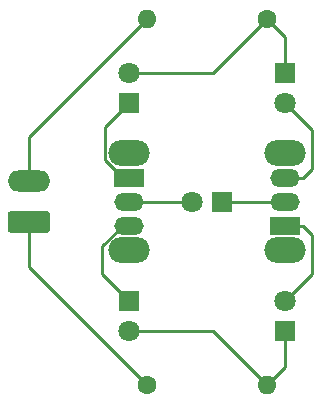
<source format=gbr>
%TF.GenerationSoftware,KiCad,Pcbnew,(6.0.11)*%
%TF.CreationDate,2023-02-04T12:58:05-05:00*%
%TF.ProjectId,h_bridge,685f6272-6964-4676-952e-6b696361645f,rev?*%
%TF.SameCoordinates,Original*%
%TF.FileFunction,Copper,L1,Top*%
%TF.FilePolarity,Positive*%
%FSLAX46Y46*%
G04 Gerber Fmt 4.6, Leading zero omitted, Abs format (unit mm)*
G04 Created by KiCad (PCBNEW (6.0.11)) date 2023-02-04 12:58:05*
%MOMM*%
%LPD*%
G01*
G04 APERTURE LIST*
G04 Aperture macros list*
%AMRoundRect*
0 Rectangle with rounded corners*
0 $1 Rounding radius*
0 $2 $3 $4 $5 $6 $7 $8 $9 X,Y pos of 4 corners*
0 Add a 4 corners polygon primitive as box body*
4,1,4,$2,$3,$4,$5,$6,$7,$8,$9,$2,$3,0*
0 Add four circle primitives for the rounded corners*
1,1,$1+$1,$2,$3*
1,1,$1+$1,$4,$5*
1,1,$1+$1,$6,$7*
1,1,$1+$1,$8,$9*
0 Add four rect primitives between the rounded corners*
20,1,$1+$1,$2,$3,$4,$5,0*
20,1,$1+$1,$4,$5,$6,$7,0*
20,1,$1+$1,$6,$7,$8,$9,0*
20,1,$1+$1,$8,$9,$2,$3,0*%
G04 Aperture macros list end*
%TA.AperFunction,ComponentPad*%
%ADD10O,3.500000X2.200000*%
%TD*%
%TA.AperFunction,ComponentPad*%
%ADD11R,2.500000X1.500000*%
%TD*%
%TA.AperFunction,ComponentPad*%
%ADD12O,2.500000X1.500000*%
%TD*%
%TA.AperFunction,ComponentPad*%
%ADD13O,1.600000X1.600000*%
%TD*%
%TA.AperFunction,ComponentPad*%
%ADD14C,1.600000*%
%TD*%
%TA.AperFunction,ComponentPad*%
%ADD15O,3.600000X1.800000*%
%TD*%
%TA.AperFunction,ComponentPad*%
%ADD16RoundRect,0.250000X1.550000X-0.650000X1.550000X0.650000X-1.550000X0.650000X-1.550000X-0.650000X0*%
%TD*%
%TA.AperFunction,ComponentPad*%
%ADD17R,1.800000X1.800000*%
%TD*%
%TA.AperFunction,ComponentPad*%
%ADD18C,1.800000*%
%TD*%
%TA.AperFunction,Conductor*%
%ADD19C,0.250000*%
%TD*%
G04 APERTURE END LIST*
D10*
%TO.P,SW2,*%
%TO.N,*%
X142748000Y-108748000D03*
X142748000Y-100548000D03*
D11*
%TO.P,SW2,1,A*%
%TO.N,Net-(D4-Pad2)*%
X142748000Y-106648000D03*
D12*
%TO.P,SW2,2,B*%
%TO.N,Net-(D3-Pad1)*%
X142748000Y-104648000D03*
%TO.P,SW2,3,C*%
%TO.N,Net-(D5-Pad2)*%
X142748000Y-102648000D03*
%TD*%
%TO.P,SW1,3,C*%
%TO.N,Net-(D1-Pad1)*%
X129540000Y-106648000D03*
%TO.P,SW1,2,B*%
%TO.N,Net-(D3-Pad2)*%
X129540000Y-104648000D03*
D11*
%TO.P,SW1,1,A*%
%TO.N,Net-(D2-Pad1)*%
X129540000Y-102648000D03*
D10*
%TO.P,SW1,*%
%TO.N,*%
X129540000Y-108748000D03*
X129540000Y-100548000D03*
%TD*%
D13*
%TO.P,R2,2*%
%TO.N,Net-(J1-Pad2)*%
X131064000Y-89154000D03*
D14*
%TO.P,R2,1*%
%TO.N,Net-(D2-Pad2)*%
X141224000Y-89154000D03*
%TD*%
%TO.P,R1,1*%
%TO.N,Net-(J1-Pad1)*%
X131064000Y-120142000D03*
D13*
%TO.P,R1,2*%
%TO.N,Net-(D1-Pad2)*%
X141224000Y-120142000D03*
%TD*%
D15*
%TO.P,J1,2,Pin_2*%
%TO.N,Net-(J1-Pad2)*%
X121038500Y-102880500D03*
D16*
%TO.P,J1,1,Pin_1*%
%TO.N,Net-(J1-Pad1)*%
X121038500Y-106380500D03*
%TD*%
D17*
%TO.P,D5,1,KA*%
%TO.N,Net-(D2-Pad2)*%
X142748000Y-93721000D03*
D18*
%TO.P,D5,2,AK*%
%TO.N,Net-(D5-Pad2)*%
X142748000Y-96261000D03*
%TD*%
%TO.P,D4,2,AK*%
%TO.N,Net-(D4-Pad2)*%
X142748000Y-113035000D03*
D17*
%TO.P,D4,1,KA*%
%TO.N,Net-(D1-Pad2)*%
X142748000Y-115575000D03*
%TD*%
%TO.P,D3,1,KA*%
%TO.N,Net-(D3-Pad1)*%
X137419000Y-104648000D03*
D18*
%TO.P,D3,2,AK*%
%TO.N,Net-(D3-Pad2)*%
X134879000Y-104648000D03*
%TD*%
%TO.P,D2,2,AK*%
%TO.N,Net-(D2-Pad2)*%
X129540000Y-93731000D03*
D17*
%TO.P,D2,1,KA*%
%TO.N,Net-(D2-Pad1)*%
X129540000Y-96271000D03*
%TD*%
D18*
%TO.P,D1,2,AK*%
%TO.N,Net-(D1-Pad2)*%
X129540000Y-115550000D03*
D17*
%TO.P,D1,1,KA*%
%TO.N,Net-(D1-Pad1)*%
X129540000Y-113010000D03*
%TD*%
D19*
%TO.N,Net-(D4-Pad2)*%
X142748000Y-106648000D02*
X144248000Y-106648000D01*
X144248000Y-106648000D02*
X145034000Y-107434000D01*
X145034000Y-107434000D02*
X145034000Y-110749000D01*
X145034000Y-110749000D02*
X142748000Y-113035000D01*
%TO.N,Net-(D5-Pad2)*%
X142748000Y-102648000D02*
X144248000Y-102648000D01*
X144248000Y-102648000D02*
X145034000Y-101862000D01*
X145034000Y-101862000D02*
X145034000Y-98547000D01*
X145034000Y-98547000D02*
X142748000Y-96261000D01*
%TO.N,Net-(D3-Pad1)*%
X137419000Y-104648000D02*
X142748000Y-104648000D01*
%TO.N,Net-(D3-Pad2)*%
X129540000Y-104648000D02*
X134879000Y-104648000D01*
%TO.N,Net-(D1-Pad1)*%
X129540000Y-106648000D02*
X128974746Y-106648000D01*
X128974746Y-106648000D02*
X127254000Y-108368746D01*
X127254000Y-108368746D02*
X127254000Y-110724000D01*
X127254000Y-110724000D02*
X129540000Y-113010000D01*
%TO.N,Net-(D2-Pad1)*%
X129540000Y-102648000D02*
X128974746Y-102648000D01*
X127465000Y-101138254D02*
X127465000Y-98346000D01*
X128974746Y-102648000D02*
X127465000Y-101138254D01*
X127465000Y-98346000D02*
X129540000Y-96271000D01*
%TO.N,Net-(D2-Pad2)*%
X142748000Y-93721000D02*
X142748000Y-90678000D01*
X142748000Y-90678000D02*
X141224000Y-89154000D01*
X129540000Y-93731000D02*
X136647000Y-93731000D01*
X136647000Y-93731000D02*
X141224000Y-89154000D01*
%TO.N,Net-(D1-Pad2)*%
X129540000Y-115550000D02*
X136632000Y-115550000D01*
X136632000Y-115550000D02*
X141224000Y-120142000D01*
X142748000Y-115575000D02*
X142748000Y-118618000D01*
X142748000Y-118618000D02*
X141224000Y-120142000D01*
%TO.N,Net-(J1-Pad1)*%
X121038500Y-106380500D02*
X121038500Y-110116500D01*
X121038500Y-110116500D02*
X131064000Y-120142000D01*
%TO.N,Net-(J1-Pad2)*%
X121038500Y-102880500D02*
X121038500Y-99179500D01*
X121038500Y-99179500D02*
X131064000Y-89154000D01*
%TD*%
M02*

</source>
